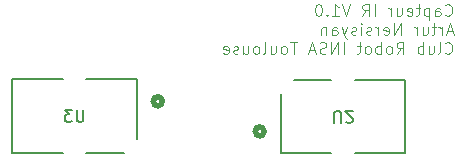
<source format=gbr>
%TF.GenerationSoftware,KiCad,Pcbnew,9.0.0*%
%TF.CreationDate,2025-04-22T12:40:58+02:00*%
%TF.ProjectId,carte-capteur-ir,63617274-652d-4636-9170-746575722d69,rev?*%
%TF.SameCoordinates,Original*%
%TF.FileFunction,Legend,Bot*%
%TF.FilePolarity,Positive*%
%FSLAX46Y46*%
G04 Gerber Fmt 4.6, Leading zero omitted, Abs format (unit mm)*
G04 Created by KiCad (PCBNEW 9.0.0) date 2025-04-22 12:40:58*
%MOMM*%
%LPD*%
G01*
G04 APERTURE LIST*
%ADD10C,0.100000*%
%ADD11C,0.150000*%
%ADD12C,0.152400*%
%ADD13C,0.508000*%
G04 APERTURE END LIST*
D10*
X244579113Y-81007923D02*
X244626732Y-81055543D01*
X244626732Y-81055543D02*
X244769589Y-81103162D01*
X244769589Y-81103162D02*
X244864827Y-81103162D01*
X244864827Y-81103162D02*
X245007684Y-81055543D01*
X245007684Y-81055543D02*
X245102922Y-80960304D01*
X245102922Y-80960304D02*
X245150541Y-80865066D01*
X245150541Y-80865066D02*
X245198160Y-80674590D01*
X245198160Y-80674590D02*
X245198160Y-80531733D01*
X245198160Y-80531733D02*
X245150541Y-80341257D01*
X245150541Y-80341257D02*
X245102922Y-80246019D01*
X245102922Y-80246019D02*
X245007684Y-80150781D01*
X245007684Y-80150781D02*
X244864827Y-80103162D01*
X244864827Y-80103162D02*
X244769589Y-80103162D01*
X244769589Y-80103162D02*
X244626732Y-80150781D01*
X244626732Y-80150781D02*
X244579113Y-80198400D01*
X243721970Y-81103162D02*
X243721970Y-80579352D01*
X243721970Y-80579352D02*
X243769589Y-80484114D01*
X243769589Y-80484114D02*
X243864827Y-80436495D01*
X243864827Y-80436495D02*
X244055303Y-80436495D01*
X244055303Y-80436495D02*
X244150541Y-80484114D01*
X243721970Y-81055543D02*
X243817208Y-81103162D01*
X243817208Y-81103162D02*
X244055303Y-81103162D01*
X244055303Y-81103162D02*
X244150541Y-81055543D01*
X244150541Y-81055543D02*
X244198160Y-80960304D01*
X244198160Y-80960304D02*
X244198160Y-80865066D01*
X244198160Y-80865066D02*
X244150541Y-80769828D01*
X244150541Y-80769828D02*
X244055303Y-80722209D01*
X244055303Y-80722209D02*
X243817208Y-80722209D01*
X243817208Y-80722209D02*
X243721970Y-80674590D01*
X243245779Y-80436495D02*
X243245779Y-81436495D01*
X243245779Y-80484114D02*
X243150541Y-80436495D01*
X243150541Y-80436495D02*
X242960065Y-80436495D01*
X242960065Y-80436495D02*
X242864827Y-80484114D01*
X242864827Y-80484114D02*
X242817208Y-80531733D01*
X242817208Y-80531733D02*
X242769589Y-80626971D01*
X242769589Y-80626971D02*
X242769589Y-80912685D01*
X242769589Y-80912685D02*
X242817208Y-81007923D01*
X242817208Y-81007923D02*
X242864827Y-81055543D01*
X242864827Y-81055543D02*
X242960065Y-81103162D01*
X242960065Y-81103162D02*
X243150541Y-81103162D01*
X243150541Y-81103162D02*
X243245779Y-81055543D01*
X242483874Y-80436495D02*
X242102922Y-80436495D01*
X242341017Y-80103162D02*
X242341017Y-80960304D01*
X242341017Y-80960304D02*
X242293398Y-81055543D01*
X242293398Y-81055543D02*
X242198160Y-81103162D01*
X242198160Y-81103162D02*
X242102922Y-81103162D01*
X241388636Y-81055543D02*
X241483874Y-81103162D01*
X241483874Y-81103162D02*
X241674350Y-81103162D01*
X241674350Y-81103162D02*
X241769588Y-81055543D01*
X241769588Y-81055543D02*
X241817207Y-80960304D01*
X241817207Y-80960304D02*
X241817207Y-80579352D01*
X241817207Y-80579352D02*
X241769588Y-80484114D01*
X241769588Y-80484114D02*
X241674350Y-80436495D01*
X241674350Y-80436495D02*
X241483874Y-80436495D01*
X241483874Y-80436495D02*
X241388636Y-80484114D01*
X241388636Y-80484114D02*
X241341017Y-80579352D01*
X241341017Y-80579352D02*
X241341017Y-80674590D01*
X241341017Y-80674590D02*
X241817207Y-80769828D01*
X240483874Y-80436495D02*
X240483874Y-81103162D01*
X240912445Y-80436495D02*
X240912445Y-80960304D01*
X240912445Y-80960304D02*
X240864826Y-81055543D01*
X240864826Y-81055543D02*
X240769588Y-81103162D01*
X240769588Y-81103162D02*
X240626731Y-81103162D01*
X240626731Y-81103162D02*
X240531493Y-81055543D01*
X240531493Y-81055543D02*
X240483874Y-81007923D01*
X240007683Y-81103162D02*
X240007683Y-80436495D01*
X240007683Y-80626971D02*
X239960064Y-80531733D01*
X239960064Y-80531733D02*
X239912445Y-80484114D01*
X239912445Y-80484114D02*
X239817207Y-80436495D01*
X239817207Y-80436495D02*
X239721969Y-80436495D01*
X238626730Y-81103162D02*
X238626730Y-80103162D01*
X237579112Y-81103162D02*
X237912445Y-80626971D01*
X238150540Y-81103162D02*
X238150540Y-80103162D01*
X238150540Y-80103162D02*
X237769588Y-80103162D01*
X237769588Y-80103162D02*
X237674350Y-80150781D01*
X237674350Y-80150781D02*
X237626731Y-80198400D01*
X237626731Y-80198400D02*
X237579112Y-80293638D01*
X237579112Y-80293638D02*
X237579112Y-80436495D01*
X237579112Y-80436495D02*
X237626731Y-80531733D01*
X237626731Y-80531733D02*
X237674350Y-80579352D01*
X237674350Y-80579352D02*
X237769588Y-80626971D01*
X237769588Y-80626971D02*
X238150540Y-80626971D01*
X236531492Y-80103162D02*
X236198159Y-81103162D01*
X236198159Y-81103162D02*
X235864826Y-80103162D01*
X235007683Y-81103162D02*
X235579111Y-81103162D01*
X235293397Y-81103162D02*
X235293397Y-80103162D01*
X235293397Y-80103162D02*
X235388635Y-80246019D01*
X235388635Y-80246019D02*
X235483873Y-80341257D01*
X235483873Y-80341257D02*
X235579111Y-80388876D01*
X234579111Y-81007923D02*
X234531492Y-81055543D01*
X234531492Y-81055543D02*
X234579111Y-81103162D01*
X234579111Y-81103162D02*
X234626730Y-81055543D01*
X234626730Y-81055543D02*
X234579111Y-81007923D01*
X234579111Y-81007923D02*
X234579111Y-81103162D01*
X233912445Y-80103162D02*
X233817207Y-80103162D01*
X233817207Y-80103162D02*
X233721969Y-80150781D01*
X233721969Y-80150781D02*
X233674350Y-80198400D01*
X233674350Y-80198400D02*
X233626731Y-80293638D01*
X233626731Y-80293638D02*
X233579112Y-80484114D01*
X233579112Y-80484114D02*
X233579112Y-80722209D01*
X233579112Y-80722209D02*
X233626731Y-80912685D01*
X233626731Y-80912685D02*
X233674350Y-81007923D01*
X233674350Y-81007923D02*
X233721969Y-81055543D01*
X233721969Y-81055543D02*
X233817207Y-81103162D01*
X233817207Y-81103162D02*
X233912445Y-81103162D01*
X233912445Y-81103162D02*
X234007683Y-81055543D01*
X234007683Y-81055543D02*
X234055302Y-81007923D01*
X234055302Y-81007923D02*
X234102921Y-80912685D01*
X234102921Y-80912685D02*
X234150540Y-80722209D01*
X234150540Y-80722209D02*
X234150540Y-80484114D01*
X234150540Y-80484114D02*
X234102921Y-80293638D01*
X234102921Y-80293638D02*
X234055302Y-80198400D01*
X234055302Y-80198400D02*
X234007683Y-80150781D01*
X234007683Y-80150781D02*
X233912445Y-80103162D01*
X245198160Y-82427391D02*
X244721970Y-82427391D01*
X245293398Y-82713106D02*
X244960065Y-81713106D01*
X244960065Y-81713106D02*
X244626732Y-82713106D01*
X244293398Y-82713106D02*
X244293398Y-82046439D01*
X244293398Y-82236915D02*
X244245779Y-82141677D01*
X244245779Y-82141677D02*
X244198160Y-82094058D01*
X244198160Y-82094058D02*
X244102922Y-82046439D01*
X244102922Y-82046439D02*
X244007684Y-82046439D01*
X243817207Y-82046439D02*
X243436255Y-82046439D01*
X243674350Y-81713106D02*
X243674350Y-82570248D01*
X243674350Y-82570248D02*
X243626731Y-82665487D01*
X243626731Y-82665487D02*
X243531493Y-82713106D01*
X243531493Y-82713106D02*
X243436255Y-82713106D01*
X242674350Y-82046439D02*
X242674350Y-82713106D01*
X243102921Y-82046439D02*
X243102921Y-82570248D01*
X243102921Y-82570248D02*
X243055302Y-82665487D01*
X243055302Y-82665487D02*
X242960064Y-82713106D01*
X242960064Y-82713106D02*
X242817207Y-82713106D01*
X242817207Y-82713106D02*
X242721969Y-82665487D01*
X242721969Y-82665487D02*
X242674350Y-82617867D01*
X242198159Y-82713106D02*
X242198159Y-82046439D01*
X242198159Y-82236915D02*
X242150540Y-82141677D01*
X242150540Y-82141677D02*
X242102921Y-82094058D01*
X242102921Y-82094058D02*
X242007683Y-82046439D01*
X242007683Y-82046439D02*
X241912445Y-82046439D01*
X240817206Y-82713106D02*
X240817206Y-81713106D01*
X240817206Y-81713106D02*
X240245778Y-82713106D01*
X240245778Y-82713106D02*
X240245778Y-81713106D01*
X239388635Y-82665487D02*
X239483873Y-82713106D01*
X239483873Y-82713106D02*
X239674349Y-82713106D01*
X239674349Y-82713106D02*
X239769587Y-82665487D01*
X239769587Y-82665487D02*
X239817206Y-82570248D01*
X239817206Y-82570248D02*
X239817206Y-82189296D01*
X239817206Y-82189296D02*
X239769587Y-82094058D01*
X239769587Y-82094058D02*
X239674349Y-82046439D01*
X239674349Y-82046439D02*
X239483873Y-82046439D01*
X239483873Y-82046439D02*
X239388635Y-82094058D01*
X239388635Y-82094058D02*
X239341016Y-82189296D01*
X239341016Y-82189296D02*
X239341016Y-82284534D01*
X239341016Y-82284534D02*
X239817206Y-82379772D01*
X238912444Y-82713106D02*
X238912444Y-82046439D01*
X238912444Y-82236915D02*
X238864825Y-82141677D01*
X238864825Y-82141677D02*
X238817206Y-82094058D01*
X238817206Y-82094058D02*
X238721968Y-82046439D01*
X238721968Y-82046439D02*
X238626730Y-82046439D01*
X238341015Y-82665487D02*
X238245777Y-82713106D01*
X238245777Y-82713106D02*
X238055301Y-82713106D01*
X238055301Y-82713106D02*
X237960063Y-82665487D01*
X237960063Y-82665487D02*
X237912444Y-82570248D01*
X237912444Y-82570248D02*
X237912444Y-82522629D01*
X237912444Y-82522629D02*
X237960063Y-82427391D01*
X237960063Y-82427391D02*
X238055301Y-82379772D01*
X238055301Y-82379772D02*
X238198158Y-82379772D01*
X238198158Y-82379772D02*
X238293396Y-82332153D01*
X238293396Y-82332153D02*
X238341015Y-82236915D01*
X238341015Y-82236915D02*
X238341015Y-82189296D01*
X238341015Y-82189296D02*
X238293396Y-82094058D01*
X238293396Y-82094058D02*
X238198158Y-82046439D01*
X238198158Y-82046439D02*
X238055301Y-82046439D01*
X238055301Y-82046439D02*
X237960063Y-82094058D01*
X237483872Y-82713106D02*
X237483872Y-82046439D01*
X237483872Y-81713106D02*
X237531491Y-81760725D01*
X237531491Y-81760725D02*
X237483872Y-81808344D01*
X237483872Y-81808344D02*
X237436253Y-81760725D01*
X237436253Y-81760725D02*
X237483872Y-81713106D01*
X237483872Y-81713106D02*
X237483872Y-81808344D01*
X237055301Y-82665487D02*
X236960063Y-82713106D01*
X236960063Y-82713106D02*
X236769587Y-82713106D01*
X236769587Y-82713106D02*
X236674349Y-82665487D01*
X236674349Y-82665487D02*
X236626730Y-82570248D01*
X236626730Y-82570248D02*
X236626730Y-82522629D01*
X236626730Y-82522629D02*
X236674349Y-82427391D01*
X236674349Y-82427391D02*
X236769587Y-82379772D01*
X236769587Y-82379772D02*
X236912444Y-82379772D01*
X236912444Y-82379772D02*
X237007682Y-82332153D01*
X237007682Y-82332153D02*
X237055301Y-82236915D01*
X237055301Y-82236915D02*
X237055301Y-82189296D01*
X237055301Y-82189296D02*
X237007682Y-82094058D01*
X237007682Y-82094058D02*
X236912444Y-82046439D01*
X236912444Y-82046439D02*
X236769587Y-82046439D01*
X236769587Y-82046439D02*
X236674349Y-82094058D01*
X236293396Y-82046439D02*
X236055301Y-82713106D01*
X235817206Y-82046439D02*
X236055301Y-82713106D01*
X236055301Y-82713106D02*
X236150539Y-82951201D01*
X236150539Y-82951201D02*
X236198158Y-82998820D01*
X236198158Y-82998820D02*
X236293396Y-83046439D01*
X235007682Y-82713106D02*
X235007682Y-82189296D01*
X235007682Y-82189296D02*
X235055301Y-82094058D01*
X235055301Y-82094058D02*
X235150539Y-82046439D01*
X235150539Y-82046439D02*
X235341015Y-82046439D01*
X235341015Y-82046439D02*
X235436253Y-82094058D01*
X235007682Y-82665487D02*
X235102920Y-82713106D01*
X235102920Y-82713106D02*
X235341015Y-82713106D01*
X235341015Y-82713106D02*
X235436253Y-82665487D01*
X235436253Y-82665487D02*
X235483872Y-82570248D01*
X235483872Y-82570248D02*
X235483872Y-82475010D01*
X235483872Y-82475010D02*
X235436253Y-82379772D01*
X235436253Y-82379772D02*
X235341015Y-82332153D01*
X235341015Y-82332153D02*
X235102920Y-82332153D01*
X235102920Y-82332153D02*
X235007682Y-82284534D01*
X234531491Y-82046439D02*
X234531491Y-82713106D01*
X234531491Y-82141677D02*
X234483872Y-82094058D01*
X234483872Y-82094058D02*
X234388634Y-82046439D01*
X234388634Y-82046439D02*
X234245777Y-82046439D01*
X234245777Y-82046439D02*
X234150539Y-82094058D01*
X234150539Y-82094058D02*
X234102920Y-82189296D01*
X234102920Y-82189296D02*
X234102920Y-82713106D01*
X244579113Y-84227811D02*
X244626732Y-84275431D01*
X244626732Y-84275431D02*
X244769589Y-84323050D01*
X244769589Y-84323050D02*
X244864827Y-84323050D01*
X244864827Y-84323050D02*
X245007684Y-84275431D01*
X245007684Y-84275431D02*
X245102922Y-84180192D01*
X245102922Y-84180192D02*
X245150541Y-84084954D01*
X245150541Y-84084954D02*
X245198160Y-83894478D01*
X245198160Y-83894478D02*
X245198160Y-83751621D01*
X245198160Y-83751621D02*
X245150541Y-83561145D01*
X245150541Y-83561145D02*
X245102922Y-83465907D01*
X245102922Y-83465907D02*
X245007684Y-83370669D01*
X245007684Y-83370669D02*
X244864827Y-83323050D01*
X244864827Y-83323050D02*
X244769589Y-83323050D01*
X244769589Y-83323050D02*
X244626732Y-83370669D01*
X244626732Y-83370669D02*
X244579113Y-83418288D01*
X244007684Y-84323050D02*
X244102922Y-84275431D01*
X244102922Y-84275431D02*
X244150541Y-84180192D01*
X244150541Y-84180192D02*
X244150541Y-83323050D01*
X243198160Y-83656383D02*
X243198160Y-84323050D01*
X243626731Y-83656383D02*
X243626731Y-84180192D01*
X243626731Y-84180192D02*
X243579112Y-84275431D01*
X243579112Y-84275431D02*
X243483874Y-84323050D01*
X243483874Y-84323050D02*
X243341017Y-84323050D01*
X243341017Y-84323050D02*
X243245779Y-84275431D01*
X243245779Y-84275431D02*
X243198160Y-84227811D01*
X242721969Y-84323050D02*
X242721969Y-83323050D01*
X242721969Y-83704002D02*
X242626731Y-83656383D01*
X242626731Y-83656383D02*
X242436255Y-83656383D01*
X242436255Y-83656383D02*
X242341017Y-83704002D01*
X242341017Y-83704002D02*
X242293398Y-83751621D01*
X242293398Y-83751621D02*
X242245779Y-83846859D01*
X242245779Y-83846859D02*
X242245779Y-84132573D01*
X242245779Y-84132573D02*
X242293398Y-84227811D01*
X242293398Y-84227811D02*
X242341017Y-84275431D01*
X242341017Y-84275431D02*
X242436255Y-84323050D01*
X242436255Y-84323050D02*
X242626731Y-84323050D01*
X242626731Y-84323050D02*
X242721969Y-84275431D01*
X240483874Y-84323050D02*
X240817207Y-83846859D01*
X241055302Y-84323050D02*
X241055302Y-83323050D01*
X241055302Y-83323050D02*
X240674350Y-83323050D01*
X240674350Y-83323050D02*
X240579112Y-83370669D01*
X240579112Y-83370669D02*
X240531493Y-83418288D01*
X240531493Y-83418288D02*
X240483874Y-83513526D01*
X240483874Y-83513526D02*
X240483874Y-83656383D01*
X240483874Y-83656383D02*
X240531493Y-83751621D01*
X240531493Y-83751621D02*
X240579112Y-83799240D01*
X240579112Y-83799240D02*
X240674350Y-83846859D01*
X240674350Y-83846859D02*
X241055302Y-83846859D01*
X239912445Y-84323050D02*
X240007683Y-84275431D01*
X240007683Y-84275431D02*
X240055302Y-84227811D01*
X240055302Y-84227811D02*
X240102921Y-84132573D01*
X240102921Y-84132573D02*
X240102921Y-83846859D01*
X240102921Y-83846859D02*
X240055302Y-83751621D01*
X240055302Y-83751621D02*
X240007683Y-83704002D01*
X240007683Y-83704002D02*
X239912445Y-83656383D01*
X239912445Y-83656383D02*
X239769588Y-83656383D01*
X239769588Y-83656383D02*
X239674350Y-83704002D01*
X239674350Y-83704002D02*
X239626731Y-83751621D01*
X239626731Y-83751621D02*
X239579112Y-83846859D01*
X239579112Y-83846859D02*
X239579112Y-84132573D01*
X239579112Y-84132573D02*
X239626731Y-84227811D01*
X239626731Y-84227811D02*
X239674350Y-84275431D01*
X239674350Y-84275431D02*
X239769588Y-84323050D01*
X239769588Y-84323050D02*
X239912445Y-84323050D01*
X239150540Y-84323050D02*
X239150540Y-83323050D01*
X239150540Y-83704002D02*
X239055302Y-83656383D01*
X239055302Y-83656383D02*
X238864826Y-83656383D01*
X238864826Y-83656383D02*
X238769588Y-83704002D01*
X238769588Y-83704002D02*
X238721969Y-83751621D01*
X238721969Y-83751621D02*
X238674350Y-83846859D01*
X238674350Y-83846859D02*
X238674350Y-84132573D01*
X238674350Y-84132573D02*
X238721969Y-84227811D01*
X238721969Y-84227811D02*
X238769588Y-84275431D01*
X238769588Y-84275431D02*
X238864826Y-84323050D01*
X238864826Y-84323050D02*
X239055302Y-84323050D01*
X239055302Y-84323050D02*
X239150540Y-84275431D01*
X238102921Y-84323050D02*
X238198159Y-84275431D01*
X238198159Y-84275431D02*
X238245778Y-84227811D01*
X238245778Y-84227811D02*
X238293397Y-84132573D01*
X238293397Y-84132573D02*
X238293397Y-83846859D01*
X238293397Y-83846859D02*
X238245778Y-83751621D01*
X238245778Y-83751621D02*
X238198159Y-83704002D01*
X238198159Y-83704002D02*
X238102921Y-83656383D01*
X238102921Y-83656383D02*
X237960064Y-83656383D01*
X237960064Y-83656383D02*
X237864826Y-83704002D01*
X237864826Y-83704002D02*
X237817207Y-83751621D01*
X237817207Y-83751621D02*
X237769588Y-83846859D01*
X237769588Y-83846859D02*
X237769588Y-84132573D01*
X237769588Y-84132573D02*
X237817207Y-84227811D01*
X237817207Y-84227811D02*
X237864826Y-84275431D01*
X237864826Y-84275431D02*
X237960064Y-84323050D01*
X237960064Y-84323050D02*
X238102921Y-84323050D01*
X237483873Y-83656383D02*
X237102921Y-83656383D01*
X237341016Y-83323050D02*
X237341016Y-84180192D01*
X237341016Y-84180192D02*
X237293397Y-84275431D01*
X237293397Y-84275431D02*
X237198159Y-84323050D01*
X237198159Y-84323050D02*
X237102921Y-84323050D01*
X236007682Y-84323050D02*
X236007682Y-83323050D01*
X235531492Y-84323050D02*
X235531492Y-83323050D01*
X235531492Y-83323050D02*
X234960064Y-84323050D01*
X234960064Y-84323050D02*
X234960064Y-83323050D01*
X234531492Y-84275431D02*
X234388635Y-84323050D01*
X234388635Y-84323050D02*
X234150540Y-84323050D01*
X234150540Y-84323050D02*
X234055302Y-84275431D01*
X234055302Y-84275431D02*
X234007683Y-84227811D01*
X234007683Y-84227811D02*
X233960064Y-84132573D01*
X233960064Y-84132573D02*
X233960064Y-84037335D01*
X233960064Y-84037335D02*
X234007683Y-83942097D01*
X234007683Y-83942097D02*
X234055302Y-83894478D01*
X234055302Y-83894478D02*
X234150540Y-83846859D01*
X234150540Y-83846859D02*
X234341016Y-83799240D01*
X234341016Y-83799240D02*
X234436254Y-83751621D01*
X234436254Y-83751621D02*
X234483873Y-83704002D01*
X234483873Y-83704002D02*
X234531492Y-83608764D01*
X234531492Y-83608764D02*
X234531492Y-83513526D01*
X234531492Y-83513526D02*
X234483873Y-83418288D01*
X234483873Y-83418288D02*
X234436254Y-83370669D01*
X234436254Y-83370669D02*
X234341016Y-83323050D01*
X234341016Y-83323050D02*
X234102921Y-83323050D01*
X234102921Y-83323050D02*
X233960064Y-83370669D01*
X233579111Y-84037335D02*
X233102921Y-84037335D01*
X233674349Y-84323050D02*
X233341016Y-83323050D01*
X233341016Y-83323050D02*
X233007683Y-84323050D01*
X232055301Y-83323050D02*
X231483873Y-83323050D01*
X231769587Y-84323050D02*
X231769587Y-83323050D01*
X231007682Y-84323050D02*
X231102920Y-84275431D01*
X231102920Y-84275431D02*
X231150539Y-84227811D01*
X231150539Y-84227811D02*
X231198158Y-84132573D01*
X231198158Y-84132573D02*
X231198158Y-83846859D01*
X231198158Y-83846859D02*
X231150539Y-83751621D01*
X231150539Y-83751621D02*
X231102920Y-83704002D01*
X231102920Y-83704002D02*
X231007682Y-83656383D01*
X231007682Y-83656383D02*
X230864825Y-83656383D01*
X230864825Y-83656383D02*
X230769587Y-83704002D01*
X230769587Y-83704002D02*
X230721968Y-83751621D01*
X230721968Y-83751621D02*
X230674349Y-83846859D01*
X230674349Y-83846859D02*
X230674349Y-84132573D01*
X230674349Y-84132573D02*
X230721968Y-84227811D01*
X230721968Y-84227811D02*
X230769587Y-84275431D01*
X230769587Y-84275431D02*
X230864825Y-84323050D01*
X230864825Y-84323050D02*
X231007682Y-84323050D01*
X229817206Y-83656383D02*
X229817206Y-84323050D01*
X230245777Y-83656383D02*
X230245777Y-84180192D01*
X230245777Y-84180192D02*
X230198158Y-84275431D01*
X230198158Y-84275431D02*
X230102920Y-84323050D01*
X230102920Y-84323050D02*
X229960063Y-84323050D01*
X229960063Y-84323050D02*
X229864825Y-84275431D01*
X229864825Y-84275431D02*
X229817206Y-84227811D01*
X229198158Y-84323050D02*
X229293396Y-84275431D01*
X229293396Y-84275431D02*
X229341015Y-84180192D01*
X229341015Y-84180192D02*
X229341015Y-83323050D01*
X228674348Y-84323050D02*
X228769586Y-84275431D01*
X228769586Y-84275431D02*
X228817205Y-84227811D01*
X228817205Y-84227811D02*
X228864824Y-84132573D01*
X228864824Y-84132573D02*
X228864824Y-83846859D01*
X228864824Y-83846859D02*
X228817205Y-83751621D01*
X228817205Y-83751621D02*
X228769586Y-83704002D01*
X228769586Y-83704002D02*
X228674348Y-83656383D01*
X228674348Y-83656383D02*
X228531491Y-83656383D01*
X228531491Y-83656383D02*
X228436253Y-83704002D01*
X228436253Y-83704002D02*
X228388634Y-83751621D01*
X228388634Y-83751621D02*
X228341015Y-83846859D01*
X228341015Y-83846859D02*
X228341015Y-84132573D01*
X228341015Y-84132573D02*
X228388634Y-84227811D01*
X228388634Y-84227811D02*
X228436253Y-84275431D01*
X228436253Y-84275431D02*
X228531491Y-84323050D01*
X228531491Y-84323050D02*
X228674348Y-84323050D01*
X227483872Y-83656383D02*
X227483872Y-84323050D01*
X227912443Y-83656383D02*
X227912443Y-84180192D01*
X227912443Y-84180192D02*
X227864824Y-84275431D01*
X227864824Y-84275431D02*
X227769586Y-84323050D01*
X227769586Y-84323050D02*
X227626729Y-84323050D01*
X227626729Y-84323050D02*
X227531491Y-84275431D01*
X227531491Y-84275431D02*
X227483872Y-84227811D01*
X227055300Y-84275431D02*
X226960062Y-84323050D01*
X226960062Y-84323050D02*
X226769586Y-84323050D01*
X226769586Y-84323050D02*
X226674348Y-84275431D01*
X226674348Y-84275431D02*
X226626729Y-84180192D01*
X226626729Y-84180192D02*
X226626729Y-84132573D01*
X226626729Y-84132573D02*
X226674348Y-84037335D01*
X226674348Y-84037335D02*
X226769586Y-83989716D01*
X226769586Y-83989716D02*
X226912443Y-83989716D01*
X226912443Y-83989716D02*
X227007681Y-83942097D01*
X227007681Y-83942097D02*
X227055300Y-83846859D01*
X227055300Y-83846859D02*
X227055300Y-83799240D01*
X227055300Y-83799240D02*
X227007681Y-83704002D01*
X227007681Y-83704002D02*
X226912443Y-83656383D01*
X226912443Y-83656383D02*
X226769586Y-83656383D01*
X226769586Y-83656383D02*
X226674348Y-83704002D01*
X225817205Y-84275431D02*
X225912443Y-84323050D01*
X225912443Y-84323050D02*
X226102919Y-84323050D01*
X226102919Y-84323050D02*
X226198157Y-84275431D01*
X226198157Y-84275431D02*
X226245776Y-84180192D01*
X226245776Y-84180192D02*
X226245776Y-83799240D01*
X226245776Y-83799240D02*
X226198157Y-83704002D01*
X226198157Y-83704002D02*
X226102919Y-83656383D01*
X226102919Y-83656383D02*
X225912443Y-83656383D01*
X225912443Y-83656383D02*
X225817205Y-83704002D01*
X225817205Y-83704002D02*
X225769586Y-83799240D01*
X225769586Y-83799240D02*
X225769586Y-83894478D01*
X225769586Y-83894478D02*
X226245776Y-83989716D01*
D11*
X235182522Y-90165755D02*
X235182522Y-89356232D01*
X235182522Y-89356232D02*
X235230141Y-89260994D01*
X235230141Y-89260994D02*
X235277760Y-89213375D01*
X235277760Y-89213375D02*
X235372998Y-89165755D01*
X235372998Y-89165755D02*
X235563474Y-89165755D01*
X235563474Y-89165755D02*
X235658712Y-89213375D01*
X235658712Y-89213375D02*
X235706331Y-89260994D01*
X235706331Y-89260994D02*
X235753950Y-89356232D01*
X235753950Y-89356232D02*
X235753950Y-90165755D01*
X236182522Y-90070517D02*
X236230141Y-90118136D01*
X236230141Y-90118136D02*
X236325379Y-90165755D01*
X236325379Y-90165755D02*
X236563474Y-90165755D01*
X236563474Y-90165755D02*
X236658712Y-90118136D01*
X236658712Y-90118136D02*
X236706331Y-90070517D01*
X236706331Y-90070517D02*
X236753950Y-89975279D01*
X236753950Y-89975279D02*
X236753950Y-89880041D01*
X236753950Y-89880041D02*
X236706331Y-89737184D01*
X236706331Y-89737184D02*
X236134903Y-89165755D01*
X236134903Y-89165755D02*
X236753950Y-89165755D01*
X213956331Y-89070595D02*
X213956331Y-89880118D01*
X213956331Y-89880118D02*
X213908712Y-89975356D01*
X213908712Y-89975356D02*
X213861093Y-90022976D01*
X213861093Y-90022976D02*
X213765855Y-90070595D01*
X213765855Y-90070595D02*
X213575379Y-90070595D01*
X213575379Y-90070595D02*
X213480141Y-90022976D01*
X213480141Y-90022976D02*
X213432522Y-89975356D01*
X213432522Y-89975356D02*
X213384903Y-89880118D01*
X213384903Y-89880118D02*
X213384903Y-89070595D01*
X213003950Y-89070595D02*
X212384903Y-89070595D01*
X212384903Y-89070595D02*
X212718236Y-89451547D01*
X212718236Y-89451547D02*
X212575379Y-89451547D01*
X212575379Y-89451547D02*
X212480141Y-89499166D01*
X212480141Y-89499166D02*
X212432522Y-89546785D01*
X212432522Y-89546785D02*
X212384903Y-89642023D01*
X212384903Y-89642023D02*
X212384903Y-89880118D01*
X212384903Y-89880118D02*
X212432522Y-89975356D01*
X212432522Y-89975356D02*
X212480141Y-90022976D01*
X212480141Y-90022976D02*
X212575379Y-90070595D01*
X212575379Y-90070595D02*
X212861093Y-90070595D01*
X212861093Y-90070595D02*
X212956331Y-90022976D01*
X212956331Y-90022976D02*
X213003950Y-89975356D01*
D12*
%TO.C,U2*%
X230661227Y-92744775D02*
X230661227Y-87704156D01*
X231775159Y-86496375D02*
X234949774Y-86496375D01*
X234949774Y-92744775D02*
X230661227Y-92744775D01*
X236939079Y-86496375D02*
X241227627Y-86496375D01*
X241227627Y-86496375D02*
X241227627Y-92744775D01*
X241227627Y-92744775D02*
X236939079Y-92744775D01*
D13*
X229264227Y-90890575D02*
G75*
G02*
X228502227Y-90890575I-381000J0D01*
G01*
X228502227Y-90890575D02*
G75*
G02*
X229264227Y-90890575I381000J0D01*
G01*
D12*
%TO.C,U3*%
X207911227Y-86491576D02*
X212199775Y-86491576D01*
X207911227Y-92739976D02*
X207911227Y-86491576D01*
X212199775Y-92739976D02*
X207911227Y-92739976D01*
X214189080Y-86491576D02*
X218477627Y-86491576D01*
X217363695Y-92739976D02*
X214189080Y-92739976D01*
X218477627Y-86491576D02*
X218477627Y-91532195D01*
D13*
X220636627Y-88345776D02*
G75*
G02*
X219874627Y-88345776I-381000J0D01*
G01*
X219874627Y-88345776D02*
G75*
G02*
X220636627Y-88345776I381000J0D01*
G01*
%TD*%
M02*

</source>
